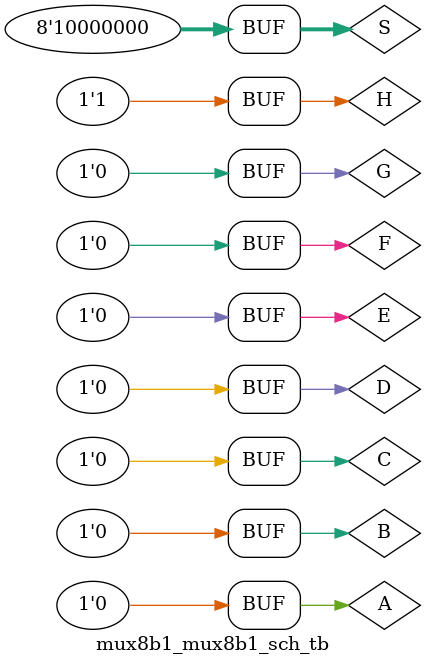
<source format=v>

`timescale 1ns / 1ps

module mux8b1_mux8b1_sch_tb();

// Inputs
   reg A;
   reg B;
   reg C;
   reg D;
   reg E;
   reg F;
   reg G;
   reg H;
   reg [7:0] S;

// Output
   wire O;

// Bidirs

// Instantiate the UUT
   mux8b1 UUT (
		.A(A), 
		.B(B), 
		.C(C), 
		.D(D), 
		.E(E), 
		.F(F), 
		.G(G), 
		.H(H), 
		.S(S), 
		.O(O)
   );
// Initialize Inputs
      initial begin
		A = 0;
		B = 0;
		C = 0;
		D = 0;
		E = 0;
		F = 0;
		G = 0;
		H = 1;
		S = 128;
		end
endmodule

</source>
